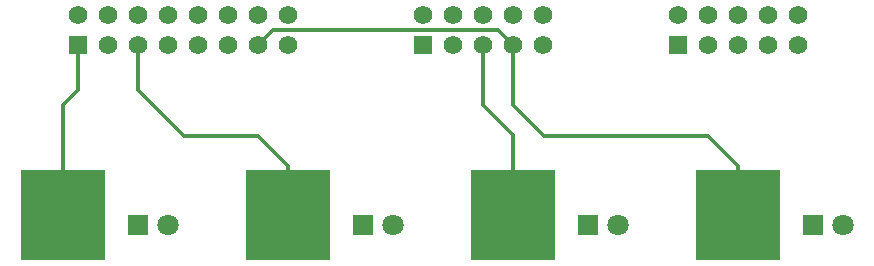
<source format=gbr>
G04 #@! TF.FileFunction,Copper,L1,Top,Signal*
%FSLAX46Y46*%
G04 Gerber Fmt 4.6, Leading zero omitted, Abs format (unit mm)*
G04 Created by KiCad (PCBNEW 4.0.5) date 02/09/17 20:34:02*
%MOMM*%
%LPD*%
G01*
G04 APERTURE LIST*
%ADD10C,0.100000*%
%ADD11R,1.800000X1.800000*%
%ADD12C,1.800000*%
%ADD13R,1.574800X1.574800*%
%ADD14C,1.574800*%
%ADD15R,7.112000X7.620000*%
%ADD16C,0.304800*%
G04 APERTURE END LIST*
D10*
D11*
X123190000Y-128270000D03*
D12*
X125730000Y-128270000D03*
D11*
X142240000Y-128270000D03*
D12*
X144780000Y-128270000D03*
D11*
X161290000Y-128270000D03*
D12*
X163830000Y-128270000D03*
D11*
X180340000Y-128270000D03*
D12*
X182880000Y-128270000D03*
D13*
X147320000Y-113030000D03*
D14*
X147320000Y-110490000D03*
X149860000Y-113030000D03*
X149860000Y-110490000D03*
X152400000Y-113030000D03*
X152400000Y-110490000D03*
X154940000Y-113030000D03*
X154940000Y-110490000D03*
X157480000Y-113030000D03*
X157480000Y-110490000D03*
D15*
X116840000Y-127381000D03*
X135890000Y-127381000D03*
D13*
X118110000Y-113030000D03*
D14*
X118110000Y-110490000D03*
X120650000Y-113030000D03*
X120650000Y-110490000D03*
X123190000Y-113030000D03*
X123190000Y-110490000D03*
X125730000Y-113030000D03*
X125730000Y-110490000D03*
X128270000Y-113030000D03*
X128270000Y-110490000D03*
X130810000Y-113030000D03*
X130810000Y-110490000D03*
X133350000Y-113030000D03*
X133350000Y-110490000D03*
X135890000Y-113030000D03*
X135890000Y-110490000D03*
D15*
X154940000Y-127381000D03*
X173990000Y-127381000D03*
D13*
X168910000Y-113030000D03*
D14*
X168910000Y-110490000D03*
X171450000Y-113030000D03*
X171450000Y-110490000D03*
X173990000Y-113030000D03*
X173990000Y-110490000D03*
X176530000Y-113030000D03*
X176530000Y-110490000D03*
X179070000Y-113030000D03*
X179070000Y-110490000D03*
D16*
X116840000Y-118110000D02*
X118110000Y-116840000D01*
X118110000Y-116840000D02*
X118110000Y-113030000D01*
X116840000Y-127381000D02*
X116840000Y-118110000D01*
X123190000Y-116840000D02*
X123190000Y-113030000D01*
X127076200Y-120726200D02*
X123190000Y-116840000D01*
X133350000Y-120726200D02*
X127076200Y-120726200D01*
X135890000Y-127381000D02*
X135890000Y-123266200D01*
X135890000Y-123266200D02*
X133350000Y-120726200D01*
X154940000Y-127381000D02*
X154940000Y-120650000D01*
X154940000Y-120650000D02*
X152400000Y-118110000D01*
X152400000Y-118110000D02*
X152400000Y-113030000D01*
X154940000Y-113030000D02*
X153644601Y-111734601D01*
X153644601Y-111734601D02*
X134645399Y-111734601D01*
X134645399Y-111734601D02*
X133350000Y-113030000D01*
X157556200Y-120726200D02*
X154940000Y-118110000D01*
X154940000Y-118110000D02*
X154940000Y-113030000D01*
X171450000Y-120726200D02*
X157556200Y-120726200D01*
X173990000Y-127381000D02*
X173990000Y-123266200D01*
X173990000Y-123266200D02*
X171450000Y-120726200D01*
M02*

</source>
